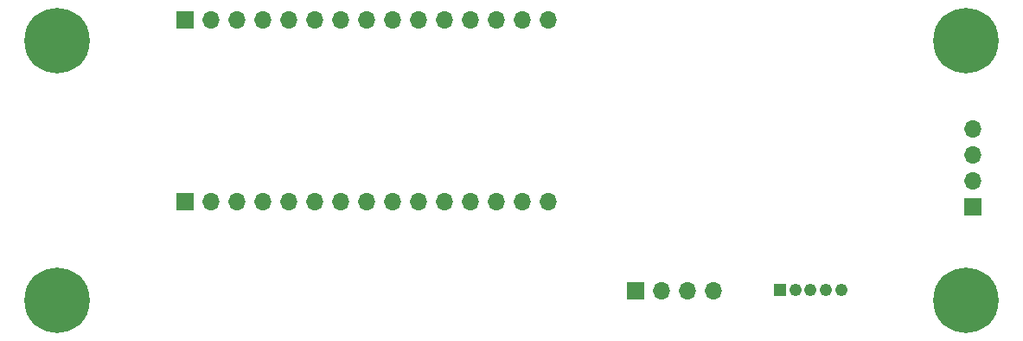
<source format=gbs>
G04 #@! TF.GenerationSoftware,KiCad,Pcbnew,(6.0.9)*
G04 #@! TF.CreationDate,2023-02-20T10:38:46+01:00*
G04 #@! TF.ProjectId,sensorboard,73656e73-6f72-4626-9f61-72642e6b6963,rev?*
G04 #@! TF.SameCoordinates,Original*
G04 #@! TF.FileFunction,Soldermask,Bot*
G04 #@! TF.FilePolarity,Negative*
%FSLAX46Y46*%
G04 Gerber Fmt 4.6, Leading zero omitted, Abs format (unit mm)*
G04 Created by KiCad (PCBNEW (6.0.9)) date 2023-02-20 10:38:46*
%MOMM*%
%LPD*%
G01*
G04 APERTURE LIST*
%ADD10R,1.700000X1.700000*%
%ADD11O,1.700000X1.700000*%
%ADD12C,0.800000*%
%ADD13C,6.400000*%
%ADD14R,1.238000X1.238000*%
%ADD15C,1.238000*%
G04 APERTURE END LIST*
D10*
X171460000Y-102235000D03*
D11*
X174000000Y-102235000D03*
X176540000Y-102235000D03*
X179080000Y-102235000D03*
D12*
X112408000Y-77724000D03*
X114808000Y-75324000D03*
X113110944Y-76026944D03*
X117208000Y-77724000D03*
X116505056Y-76026944D03*
X113110944Y-79421056D03*
X116505056Y-79421056D03*
X114808000Y-80124000D03*
D13*
X114808000Y-77724000D03*
D12*
X206235000Y-103124000D03*
X202137944Y-101426944D03*
X202137944Y-104821056D03*
X203835000Y-100724000D03*
D13*
X203835000Y-103124000D03*
D12*
X205532056Y-101426944D03*
X201435000Y-103124000D03*
X203835000Y-105524000D03*
X205532056Y-104821056D03*
D10*
X204470000Y-94010000D03*
D11*
X204470000Y-91470000D03*
X204470000Y-88930000D03*
X204470000Y-86390000D03*
D10*
X127361535Y-93449393D03*
D11*
X129901535Y-93449393D03*
X132441535Y-93449393D03*
X134981535Y-93449393D03*
X137521535Y-93449393D03*
X140061535Y-93449393D03*
X142601535Y-93449393D03*
X145141535Y-93449393D03*
X147681535Y-93449393D03*
X150221535Y-93449393D03*
X152761535Y-93449393D03*
X155301535Y-93449393D03*
X157841535Y-93449393D03*
X160381535Y-93449393D03*
X162921535Y-93449393D03*
X162921535Y-75669393D03*
X160381535Y-75669393D03*
X157841535Y-75669393D03*
X155301535Y-75669393D03*
X152761535Y-75669393D03*
X150221535Y-75669393D03*
X147681535Y-75669393D03*
X145141535Y-75669393D03*
X142601535Y-75669393D03*
X140061535Y-75669393D03*
X137521535Y-75669393D03*
X134981535Y-75669393D03*
X132441535Y-75669393D03*
X129901535Y-75669393D03*
D10*
X127361535Y-75669393D03*
D12*
X205532056Y-79421056D03*
X203835000Y-80124000D03*
X205532056Y-76026944D03*
D13*
X203835000Y-77724000D03*
D12*
X203835000Y-75324000D03*
X206235000Y-77724000D03*
X202137944Y-79421056D03*
X201435000Y-77724000D03*
X202137944Y-76026944D03*
X114808000Y-100724000D03*
X114808000Y-105524000D03*
X112408000Y-103124000D03*
D13*
X114808000Y-103124000D03*
D12*
X116505056Y-104821056D03*
X113110944Y-104821056D03*
X116505056Y-101426944D03*
X113110944Y-101426944D03*
X117208000Y-103124000D03*
D14*
X185595000Y-102108000D03*
D15*
X187095000Y-102108000D03*
X188595000Y-102108000D03*
X190095000Y-102108000D03*
X191595000Y-102108000D03*
M02*

</source>
